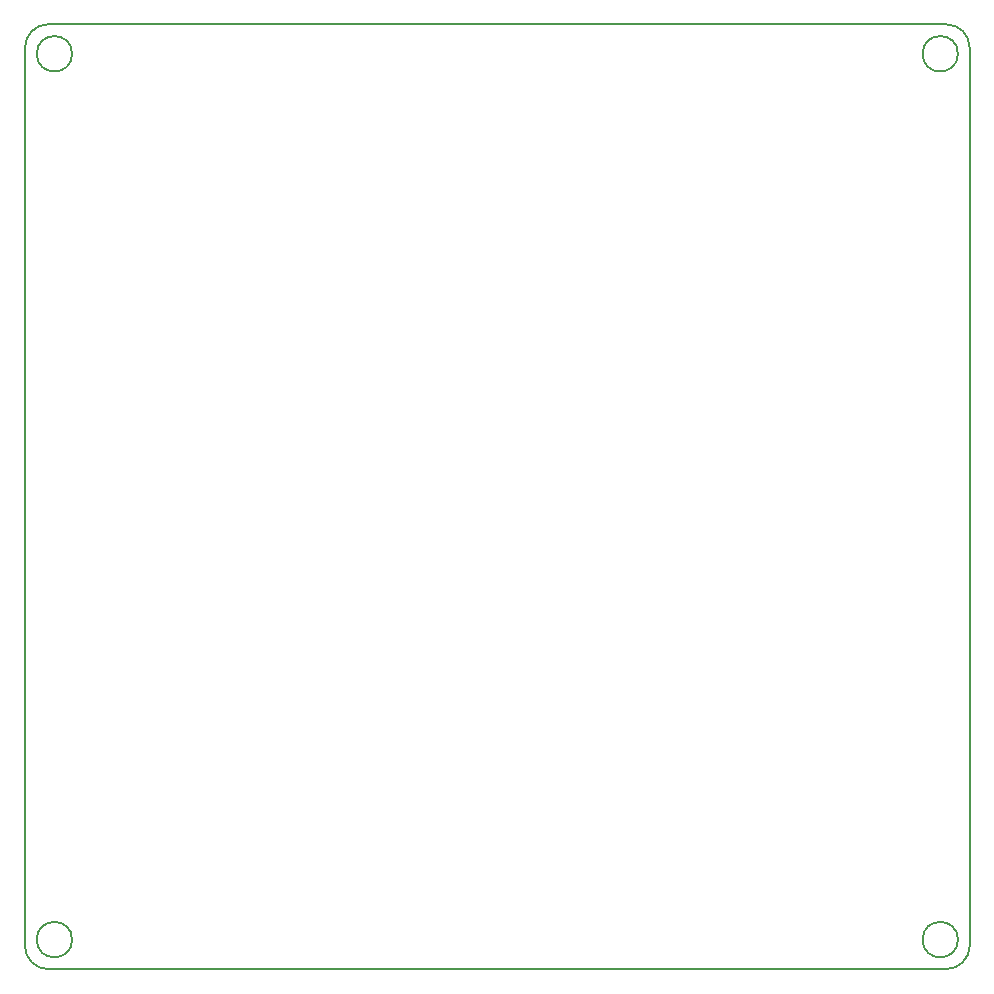
<source format=gm1>
G04 #@! TF.GenerationSoftware,KiCad,Pcbnew,(5.0.0)*
G04 #@! TF.CreationDate,2020-01-25T17:25:25+09:00*
G04 #@! TF.ProjectId,General_purpose_lancer_board,47656E6572616C5F707572706F73655F,rev?*
G04 #@! TF.SameCoordinates,PX69618a0PY822d320*
G04 #@! TF.FileFunction,Profile,NP*
%FSLAX46Y46*%
G04 Gerber Fmt 4.6, Leading zero omitted, Abs format (unit mm)*
G04 Created by KiCad (PCBNEW (5.0.0)) date 01/25/20 17:25:25*
%MOMM*%
%LPD*%
G01*
G04 APERTURE LIST*
%ADD10C,0.200000*%
G04 APERTURE END LIST*
D10*
X79000000Y77500000D02*
G75*
G03X79000000Y77500000I-1500000J0D01*
G01*
X79000000Y2500000D02*
G75*
G03X79000000Y2500000I-1500000J0D01*
G01*
X4000000Y77500000D02*
G75*
G03X4000000Y77500000I-1500000J0D01*
G01*
X4000000Y2500000D02*
G75*
G03X4000000Y2500000I-1500000J0D01*
G01*
X78000000Y80000000D02*
X2000000Y80000000D01*
X78000000Y80000000D02*
G75*
G02X80000000Y78000000I0J-2000000D01*
G01*
X0Y78000000D02*
X0Y2000000D01*
X2000000Y0D02*
X78000000Y0D01*
X0Y78000000D02*
G75*
G02X2000000Y80000000I2000000J0D01*
G01*
X2000000Y0D02*
G75*
G02X0Y2000000I0J2000000D01*
G01*
X80000000Y2000000D02*
X80000000Y78000000D01*
X80000000Y2000000D02*
G75*
G02X78000000Y0I-2000000J0D01*
G01*
M02*

</source>
